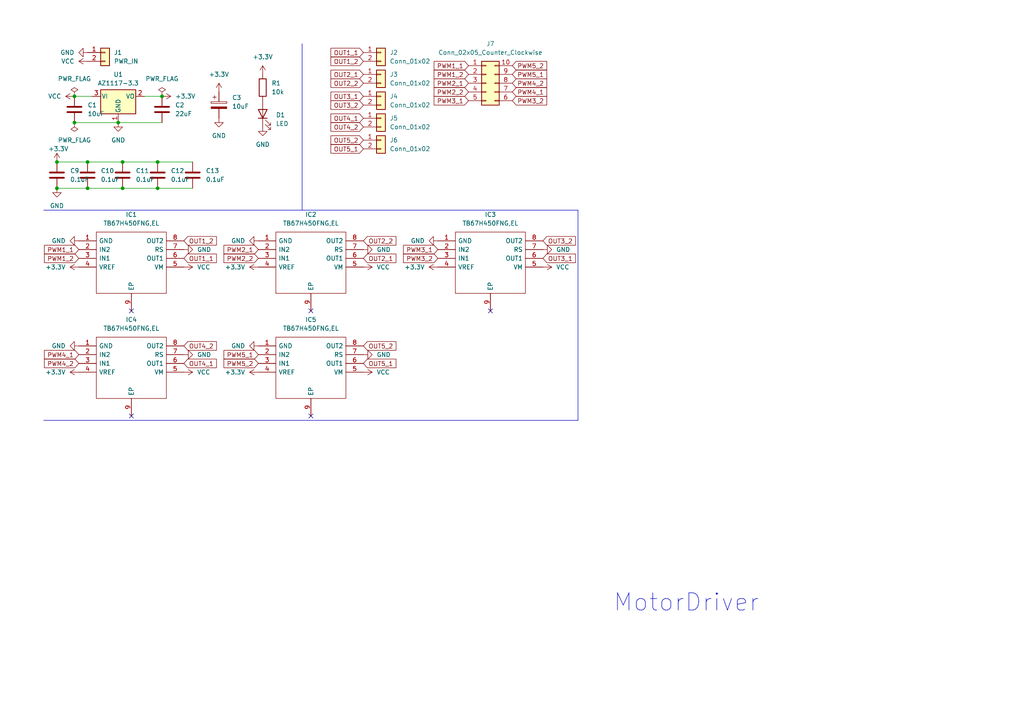
<source format=kicad_sch>
(kicad_sch (version 20231120) (generator "eeschema") (generator_version "8.0")
  (paper "A4")
  (lib_symbols
    (symbol "Connector_Generic:Conn_01x02" (pin_names (offset 1.016) hide)
      (property "Reference" "J" (at 0 2.54 0))
      (property "Value" "Conn_01x02" (at 0 -5.08 0))
      (symbol "Conn_01x02_1_1"
        (rectangle (start -1.27 -2.413) (end 0 -2.667) (stroke (width 0.1524)))
        (rectangle (start -1.27 0.127) (end 0 -0.127) (stroke (width 0.1524)))
        (rectangle (start -1.27 1.27) (end 1.27 -3.81) (stroke (width 0.254)) (fill (type background)))
        (pin passive line (at -5.08 0 0) (length 3.81) (name "Pin_1") (number "1"))
        (pin passive line (at -5.08 -2.54 0) (length 3.81) (name "Pin_2") (number "2"))
      )
    )
    (symbol "Connector_Generic:Conn_02x05_Counter_Clockwise" (pin_names (offset 1.016) hide)
      (property "Reference" "J" (at 1.27 7.62 0))
      (property "Value" "Conn_02x05_Counter_Clockwise" (at 1.27 -7.62 0))
      (symbol "Conn_02x05_Counter_Clockwise_1_1"
        (rectangle (start -1.27 -4.953) (end 0 -5.207) (stroke (width 0.1524)))
        (rectangle (start -1.27 -2.413) (end 0 -2.667) (stroke (width 0.1524)))
        (rectangle (start -1.27 0.127) (end 0 -0.127) (stroke (width 0.1524)))
        (rectangle (start -1.27 2.667) (end 0 2.413) (stroke (width 0.1524)))
        (rectangle (start -1.27 5.207) (end 0 4.953) (stroke (width 0.1524)))
        (rectangle (start -1.27 6.35) (end 3.81 -6.35) (stroke (width 0.254)) (fill (type background)))
        (rectangle (start 3.81 -4.953) (end 2.54 -5.207) (stroke (width 0.1524)))
        (rectangle (start 3.81 -2.413) (end 2.54 -2.667) (stroke (width 0.1524)))
        (rectangle (start 3.81 0.127) (end 2.54 -0.127) (stroke (width 0.1524)))
        (rectangle (start 3.81 2.667) (end 2.54 2.413) (stroke (width 0.1524)))
        (rectangle (start 3.81 5.207) (end 2.54 4.953) (stroke (width 0.1524)))
        (pin passive line (at -5.08 5.08 0) (length 3.81) (name "Pin_1") (number "1"))
        (pin passive line (at 7.62 5.08 180) (length 3.81) (name "Pin_10") (number "10"))
        (pin passive line (at -5.08 2.54 0) (length 3.81) (name "Pin_2") (number "2"))
        (pin passive line (at -5.08 0 0) (length 3.81) (name "Pin_3") (number "3"))
        (pin passive line (at -5.08 -2.54 0) (length 3.81) (name "Pin_4") (number "4"))
        (pin passive line (at -5.08 -5.08 0) (length 3.81) (name "Pin_5") (number "5"))
        (pin passive line (at 7.62 -5.08 180) (length 3.81) (name "Pin_6") (number "6"))
        (pin passive line (at 7.62 -2.54 180) (length 3.81) (name "Pin_7") (number "7"))
        (pin passive line (at 7.62 0 180) (length 3.81) (name "Pin_8") (number "8"))
        (pin passive line (at 7.62 2.54 180) (length 3.81) (name "Pin_9") (number "9"))
      )
    )
    (symbol "Device:C" (pin_numbers hide) (pin_names (offset 0.254))
      (property "Reference" "C" (at 0.635 2.54 0))
      (property "Value" "C" (at 0.635 -2.54 0))
      (symbol "C_0_1"
        (polyline (pts (xy -2.032 -0.762) (xy 2.032 -0.762)) (stroke (width 0.508)))
        (polyline (pts (xy -2.032 0.762) (xy 2.032 0.762)) (stroke (width 0.508)))
      )
      (symbol "C_1_1"
        (pin passive line (at 0 3.81 270) (length 2.794) (name "~") (number "1"))
        (pin passive line (at 0 -3.81 90) (length 2.794) (name "~") (number "2"))
      )
    )
    (symbol "Device:C_Polarized" (pin_numbers hide) (pin_names (offset 0.254))
      (property "Reference" "C" (at 0.635 2.54 0))
      (property "Value" "C_Polarized" (at 0.635 -2.54 0))
      (symbol "C_Polarized_0_1"
        (rectangle (start -2.286 0.508) (end 2.286 1.016))
        (polyline (pts (xy -1.778 2.286) (xy -0.762 2.286)))
        (polyline (pts (xy -1.27 2.794) (xy -1.27 1.778)))
        (rectangle (start 2.286 -0.508) (end -2.286 -1.016) (fill (type outline)))
      )
      (symbol "C_Polarized_1_1"
        (pin passive line (at 0 3.81 270) (length 2.794) (name "~") (number "1"))
        (pin passive line (at 0 -3.81 90) (length 2.794) (name "~") (number "2"))
      )
    )
    (symbol "Device:LED" (pin_numbers hide) (pin_names (offset 1.016) hide)
      (property "Reference" "D" (at 0 2.54 0))
      (property "Value" "LED" (at 0 -2.54 0))
      (symbol "LED_0_1"
        (polyline (pts (xy -1.27 -1.27) (xy -1.27 1.27)) (stroke (width 0.254)))
        (polyline (pts (xy -1.27 0) (xy 1.27 0)))
        (polyline (pts (xy 1.27 -1.27) (xy 1.27 1.27) (xy -1.27 0) (xy 1.27 -1.27)) (stroke (width 0.254)))
        (polyline (pts (xy -3.048 -0.762) (xy -4.572 -2.286) (xy -3.81 -2.286) (xy -4.572 -2.286) (xy -4.572 -1.524)))
        (polyline (pts (xy -1.778 -0.762) (xy -3.302 -2.286) (xy -2.54 -2.286) (xy -3.302 -2.286) (xy -3.302 -1.524)))
      )
      (symbol "LED_1_1"
        (pin passive line (at -3.81 0 0) (length 2.54) (name "K") (number "1"))
        (pin passive line (at 3.81 0 180) (length 2.54) (name "A") (number "2"))
      )
    )
    (symbol "Device:R" (pin_numbers hide) (pin_names (offset 0))
      (property "Reference" "R" (at 2.032 0 90))
      (property "Value" "R" (at 0 0 90))
      (symbol "R_0_1"
        (rectangle (start -1.016 -2.54) (end 1.016 2.54) (stroke (width 0.254)))
      )
      (symbol "R_1_1"
        (pin passive line (at 0 3.81 270) (length 1.27) (name "~") (number "1"))
        (pin passive line (at 0 -3.81 90) (length 1.27) (name "~") (number "2"))
      )
    )
    (symbol "Regulator_Linear:AZ1117-3.3" (pin_names (offset 0.254))
      (property "Reference" "U" (at -3.81 3.175 0))
      (property "Value" "AZ1117-3.3" (at 0 3.175 0))
      (symbol "AZ1117-3.3_0_1"
        (rectangle (start -5.08 1.905) (end 5.08 -5.08) (stroke (width 0.254)) (fill (type background)))
      )
      (symbol "AZ1117-3.3_1_1"
        (pin power_in line (at 0 -7.62 90) (length 2.54) (name "GND") (number "1"))
        (pin power_out line (at 7.62 0 180) (length 2.54) (name "VO") (number "2"))
        (pin power_in line (at -7.62 0 0) (length 2.54) (name "VI") (number "3"))
      )
    )
    (symbol "SamacSys_Parts:TB67H450FNG,EL" (pin_names (offset 0.762))
      (property "Reference" "IC" (at 26.67 7.62 0))
      (property "Value" "TB67H450FNG,EL" (at 26.67 5.08 0))
      (symbol "TB67H450FNG,EL_0_0"
        (pin passive line (at 0 0 0) (length 5.08) (name "GND") (number "1"))
        (pin passive line (at 0 -2.54 0) (length 5.08) (name "IN2") (number "2"))
        (pin passive line (at 0 -5.08 0) (length 5.08) (name "IN1") (number "3"))
        (pin passive line (at 0 -7.62 0) (length 5.08) (name "VREF") (number "4"))
        (pin passive line (at 30.48 -7.62 180) (length 5.08) (name "VM") (number "5"))
        (pin passive line (at 30.48 -5.08 180) (length 5.08) (name "OUT1") (number "6"))
        (pin passive line (at 30.48 -2.54 180) (length 5.08) (name "RS") (number "7"))
        (pin passive line (at 30.48 0 180) (length 5.08) (name "OUT2") (number "8"))
        (pin passive line (at 15.24 -20.32 90) (length 5.08) (name "EP") (number "9"))
      )
      (symbol "TB67H450FNG,EL_0_1"
        (polyline (pts (xy 5.08 2.54) (xy 25.4 2.54) (xy 25.4 -15.24) (xy 5.08 -15.24) (xy 5.08 2.54)) (stroke (width 0.1524)))
      )
    )
    (symbol "power:+3.3V" (power) (pin_names (offset 0))
      (property "Value" "+3.3V" (at 0 3.556 0))
      (symbol "+3.3V_0_1"
        (polyline (pts (xy -0.762 1.27) (xy 0 2.54)))
        (polyline (pts (xy 0 0) (xy 0 2.54)))
        (polyline (pts (xy 0 2.54) (xy 0.762 1.27)))
      )
      (symbol "+3.3V_1_1"
        (pin power_in line (at 0 0 90) (length 0) hide (name "+3.3V") (number "1"))
      )
    )
    (symbol "power:GND" (power) (pin_names (offset 0))
      (property "Value" "GND" (at 0 -3.81 0))
      (symbol "GND_0_1"
        (polyline (pts (xy 0 0) (xy 0 -1.27) (xy 1.27 -1.27) (xy 0 -2.54) (xy -1.27 -1.27) (xy 0 -1.27)))
      )
      (symbol "GND_1_1"
        (pin power_in line (at 0 0 270) (length 0) hide (name "GND") (number "1"))
      )
    )
    (symbol "power:PWR_FLAG" (power) (pin_numbers hide) (pin_names (offset 0) hide)
      (property "Value" "PWR_FLAG" (at 0 3.81 0))
      (symbol "PWR_FLAG_0_0"
        (pin power_out line (at 0 0 90) (length 0) (name "~") (number "1"))
      )
      (symbol "PWR_FLAG_0_1"
        (polyline (pts (xy 0 0) (xy 0 1.27) (xy -1.016 1.905) (xy 0 2.54) (xy 1.016 1.905) (xy 0 1.27)))
      )
    )
    (symbol "power:VCC" (power) (pin_names (offset 0))
      (property "Value" "VCC" (at 0 3.81 0))
      (symbol "VCC_0_1"
        (polyline (pts (xy -0.762 1.27) (xy 0 2.54)))
        (polyline (pts (xy 0 0) (xy 0 2.54)))
        (polyline (pts (xy 0 2.54) (xy 0.762 1.27)))
      )
      (symbol "VCC_1_1"
        (pin power_in line (at 0 0 90) (length 0) hide (name "VCC") (number "1"))
      )
    )
  )
  (junction (at 45.72 46.99))
  (junction (at 45.72 54.61))
  (junction (at 34.29 35.56))
  (junction (at 25.4 54.61))
  (junction (at 16.51 54.61))
  (junction (at 21.59 35.56))
  (junction (at 35.56 46.99))
  (junction (at 35.56 54.61))
  (junction (at 21.59 27.94))
  (junction (at 16.51 46.99))
  (junction (at 25.4 46.99))
  (junction (at 46.99 27.94))
  (no_connect (at 90.17 90.17))
  (no_connect (at 38.1 90.17))
  (no_connect (at 90.17 120.65))
  (no_connect (at 38.1 120.65))
  (no_connect (at 142.24 90.17))
  (wire (pts (xy 16.51 46.99) (xy 25.4 46.99)))
  (polyline (pts (xy 12.7 121.92) (xy 167.64 121.92)))
  (wire (pts (xy 34.29 35.56) (xy 46.99 35.56)))
  (polyline (pts (xy 12.7 60.96) (xy 167.64 60.96)))
  (polyline (pts (xy 167.64 121.92) (xy 167.64 60.96)))
  (wire (pts (xy 41.91 27.94) (xy 46.99 27.94)))
  (wire (pts (xy 35.56 54.61) (xy 45.72 54.61)))
  (wire (pts (xy 21.59 35.56) (xy 34.29 35.56)))
  (wire (pts (xy 35.56 46.99) (xy 45.72 46.99)))
  (wire (pts (xy 25.4 54.61) (xy 35.56 54.61)))
  (wire (pts (xy 21.59 27.94) (xy 26.67 27.94)))
  (wire (pts (xy 16.51 54.61) (xy 25.4 54.61)))
  (polyline (pts (xy 87.63 12.7) (xy 87.63 60.96)))
  (wire (pts (xy 45.72 54.61) (xy 55.88 54.61)))
  (wire (pts (xy 45.72 46.99) (xy 55.88 46.99)))
  (wire (pts (xy 25.4 46.99) (xy 35.56 46.99)))
  (text "MotorDriver" (at 177.8 177.8 0) (effects (font (size 5 5)) (justify left bottom)))
  (global_label "PWM4_1" (shape input) (at 22.86 102.87 180) (property "Intersheetrefs" "${INTERSHEET_REFS}" (effects (hide yes))))
  (global_label "OUT5_1" (shape input) (at 105.41 105.41 0) (property "Intersheetrefs" "${INTERSHEET_REFS}" (effects (hide yes))))
  (global_label "PWM3_2" (shape input) (at 148.59 29.21 0) (property "Intersheetrefs" "${INTERSHEET_REFS}" (effects (hide yes))))
  (global_label "PWM5_2" (shape input) (at 148.59 19.05 0) (property "Intersheetrefs" "${INTERSHEET_REFS}" (effects (hide yes))))
  (global_label "PWM1_1" (shape input) (at 22.86 72.39 180) (property "Intersheetrefs" "${INTERSHEET_REFS}" (effects (hide yes))))
  (global_label "OUT4_1" (shape input) (at 105.41 34.29 180) (property "Intersheetrefs" "${INTERSHEET_REFS}" (effects (hide yes))))
  (global_label "PWM5_1" (shape input) (at 148.59 21.59 0) (property "Intersheetrefs" "${INTERSHEET_REFS}" (effects (hide yes))))
  (global_label "OUT4_1" (shape input) (at 53.34 105.41 0) (property "Intersheetrefs" "${INTERSHEET_REFS}" (effects (hide yes))))
  (global_label "OUT2_2" (shape input) (at 105.41 69.85 0) (property "Intersheetrefs" "${INTERSHEET_REFS}" (effects (hide yes))))
  (global_label "OUT5_2" (shape input) (at 105.41 40.64 180) (property "Intersheetrefs" "${INTERSHEET_REFS}" (effects (hide yes))))
  (global_label "OUT1_1" (shape input) (at 105.41 15.24 180) (property "Intersheetrefs" "${INTERSHEET_REFS}" (effects (hide yes))))
  (global_label "PWM1_2" (shape input) (at 135.89 21.59 180) (property "Intersheetrefs" "${INTERSHEET_REFS}" (effects (hide yes))))
  (global_label "OUT1_2" (shape input) (at 105.41 17.78 180) (property "Intersheetrefs" "${INTERSHEET_REFS}" (effects (hide yes))))
  (global_label "PWM5_2" (shape input) (at 74.93 105.41 180) (property "Intersheetrefs" "${INTERSHEET_REFS}" (effects (hide yes))))
  (global_label "OUT3_2" (shape input) (at 157.48 69.85 0) (property "Intersheetrefs" "${INTERSHEET_REFS}" (effects (hide yes))))
  (global_label "PWM4_1" (shape input) (at 148.59 26.67 0) (property "Intersheetrefs" "${INTERSHEET_REFS}" (effects (hide yes))))
  (global_label "PWM2_1" (shape input) (at 135.89 24.13 180) (property "Intersheetrefs" "${INTERSHEET_REFS}" (effects (hide yes))))
  (global_label "OUT2_2" (shape input) (at 105.41 24.13 180) (property "Intersheetrefs" "${INTERSHEET_REFS}" (effects (hide yes))))
  (global_label "PWM4_2" (shape input) (at 22.86 105.41 180) (property "Intersheetrefs" "${INTERSHEET_REFS}" (effects (hide yes))))
  (global_label "PWM1_2" (shape input) (at 22.86 74.93 180) (property "Intersheetrefs" "${INTERSHEET_REFS}" (effects (hide yes))))
  (global_label "PWM2_2" (shape input) (at 74.93 74.93 180) (property "Intersheetrefs" "${INTERSHEET_REFS}" (effects (hide yes))))
  (global_label "PWM2_1" (shape input) (at 74.93 72.39 180) (property "Intersheetrefs" "${INTERSHEET_REFS}" (effects (hide yes))))
  (global_label "OUT5_1" (shape input) (at 105.41 43.18 180) (property "Intersheetrefs" "${INTERSHEET_REFS}" (effects (hide yes))))
  (global_label "PWM2_2" (shape input) (at 135.89 26.67 180) (property "Intersheetrefs" "${INTERSHEET_REFS}" (effects (hide yes))))
  (global_label "OUT3_1" (shape input) (at 157.48 74.93 0) (property "Intersheetrefs" "${INTERSHEET_REFS}" (effects (hide yes))))
  (global_label "OUT4_2" (shape input) (at 105.41 36.83 180) (property "Intersheetrefs" "${INTERSHEET_REFS}" (effects (hide yes))))
  (global_label "PWM3_1" (shape input) (at 135.89 29.21 180) (property "Intersheetrefs" "${INTERSHEET_REFS}" (effects (hide yes))))
  (global_label "OUT1_1" (shape input) (at 53.34 74.93 0) (property "Intersheetrefs" "${INTERSHEET_REFS}" (effects (hide yes))))
  (global_label "OUT4_2" (shape input) (at 53.34 100.33 0) (property "Intersheetrefs" "${INTERSHEET_REFS}" (effects (hide yes))))
  (global_label "OUT5_2" (shape input) (at 105.41 100.33 0) (property "Intersheetrefs" "${INTERSHEET_REFS}" (effects (hide yes))))
  (global_label "OUT1_2" (shape input) (at 53.34 69.85 0) (property "Intersheetrefs" "${INTERSHEET_REFS}" (effects (hide yes))))
  (global_label "PWM3_1" (shape input) (at 127 72.39 180) (property "Intersheetrefs" "${INTERSHEET_REFS}" (effects (hide yes))))
  (global_label "OUT3_1" (shape input) (at 105.41 27.94 180) (property "Intersheetrefs" "${INTERSHEET_REFS}" (effects (hide yes))))
  (global_label "PWM3_2" (shape input) (at 127 74.93 180) (property "Intersheetrefs" "${INTERSHEET_REFS}" (effects (hide yes))))
  (global_label "OUT3_2" (shape input) (at 105.41 30.48 180) (property "Intersheetrefs" "${INTERSHEET_REFS}" (effects (hide yes))))
  (global_label "OUT2_1" (shape input) (at 105.41 74.93 0) (property "Intersheetrefs" "${INTERSHEET_REFS}" (effects (hide yes))))
  (global_label "PWM1_1" (shape input) (at 135.89 19.05 180) (property "Intersheetrefs" "${INTERSHEET_REFS}" (effects (hide yes))))
  (global_label "PWM4_2" (shape input) (at 148.59 24.13 0) (property "Intersheetrefs" "${INTERSHEET_REFS}" (effects (hide yes))))
  (global_label "OUT2_1" (shape input) (at 105.41 21.59 180) (property "Intersheetrefs" "${INTERSHEET_REFS}" (effects (hide yes))))
  (global_label "PWM5_1" (shape input) (at 74.93 102.87 180) (property "Intersheetrefs" "${INTERSHEET_REFS}" (effects (hide yes))))
  (symbol (lib_id "power:GND") (at 22.86 100.33 270) (unit 1)
    (property "Reference" "#PWR015" (effects (hide yes)))
    (property "Value" "GND" (at 19.05 100.33 90) (effects (justify right)))
  )
  (symbol (lib_id "power:VCC") (at 105.41 77.47 270) (unit 1)
    (property "Reference" "#PWR010" (effects (hide yes)))
    (property "Value" "VCC" (at 109.22 77.47 90) (effects (justify left)))
  )
  (symbol (lib_id "power:PWR_FLAG") (at 21.59 35.56 180) (unit 1)
    (property "Reference" "#FLG03" (effects (hide yes)))
    (property "Value" "PWR_FLAG" (at 21.59 40.64 0))
    (property "Description" "Special symbol for telling ERC where power comes from" (effects (hide yes)))
  )
  (symbol (lib_id "SamacSys_Parts:TB67H450FNG,EL") (at 22.86 69.85 0) (unit 1)
    (property "Reference" "IC1" (at 38.1 62.23 0))
    (property "Value" "TB67H450FNG,EL" (at 38.1 64.77 0))
    (property "Footprint" "SamacSys_Parts:SOIC127P600X175-9N" (effects (hide yes)))
    (property "Datasheet" "http://toshiba.semicon-storage.com/info/docget.jsp?did=65346&prodName=TB67H450FNG" (effects (hide yes)))
    (property "Description" "Motor / Motion / Ignition Controllers & Drivers Brushed Motor Driver IC, 50V, 3.5A, TSSOP8 Package, PB-FREE" (effects (hide yes)))
    (property "Height" "1.75" (effects (hide yes)))
    (property "Mouser Part Number" "757-TB67H450FNGEL" (effects (hide yes)))
    (property "Mouser Price/Stock" "https://www.mouser.co.uk/ProductDetail/Toshiba/TB67H450FNGEL?qs=h6V4JsTaLXeReNg2bp0jug%3D%3D" (effects (hide yes)))
    (property "Manufacturer_Name" "Toshiba" (effects (hide yes)))
    (property "Manufacturer_Part_Number" "TB67H450FNG,EL" (effects (hide yes)))
  )
  (symbol (lib_id "power:PWR_FLAG") (at 46.99 27.94 0) (unit 1)
    (property "Reference" "#FLG02" (effects (hide yes)))
    (property "Value" "PWR_FLAG" (at 46.99 22.86 0))
    (property "Description" "Special symbol for telling ERC where power comes from" (effects (hide yes)))
  )
  (symbol (lib_id "SamacSys_Parts:TB67H450FNG,EL") (at 127 69.85 0) (unit 1)
    (property "Reference" "IC3" (at 142.24 62.23 0))
    (property "Value" "TB67H450FNG,EL" (at 142.24 64.77 0))
    (property "Footprint" "SamacSys_Parts:SOIC127P600X175-9N" (effects (hide yes)))
    (property "Datasheet" "http://toshiba.semicon-storage.com/info/docget.jsp?did=65346&prodName=TB67H450FNG" (effects (hide yes)))
    (property "Description" "Motor / Motion / Ignition Controllers & Drivers Brushed Motor Driver IC, 50V, 3.5A, TSSOP8 Package, PB-FREE" (effects (hide yes)))
    (property "Height" "1.75" (effects (hide yes)))
    (property "Mouser Part Number" "757-TB67H450FNGEL" (effects (hide yes)))
    (property "Mouser Price/Stock" "https://www.mouser.co.uk/ProductDetail/Toshiba/TB67H450FNGEL?qs=h6V4JsTaLXeReNg2bp0jug%3D%3D" (effects (hide yes)))
    (property "Manufacturer_Name" "Toshiba" (effects (hide yes)))
    (property "Manufacturer_Part_Number" "TB67H450FNG,EL" (effects (hide yes)))
  )
  (symbol (lib_id "SamacSys_Parts:TB67H450FNG,EL") (at 22.86 100.33 0) (unit 1)
    (property "Reference" "IC4" (at 38.1 92.71 0))
    (property "Value" "TB67H450FNG,EL" (at 38.1 95.25 0))
    (property "Footprint" "SamacSys_Parts:SOIC127P600X175-9N" (effects (hide yes)))
    (property "Datasheet" "http://toshiba.semicon-storage.com/info/docget.jsp?did=65346&prodName=TB67H450FNG" (effects (hide yes)))
    (property "Description" "Motor / Motion / Ignition Controllers & Drivers Brushed Motor Driver IC, 50V, 3.5A, TSSOP8 Package, PB-FREE" (effects (hide yes)))
    (property "Height" "1.75" (effects (hide yes)))
    (property "Mouser Part Number" "757-TB67H450FNGEL" (effects (hide yes)))
    (property "Mouser Price/Stock" "https://www.mouser.co.uk/ProductDetail/Toshiba/TB67H450FNGEL?qs=h6V4JsTaLXeReNg2bp0jug%3D%3D" (effects (hide yes)))
    (property "Manufacturer_Name" "Toshiba" (effects (hide yes)))
    (property "Manufacturer_Part_Number" "TB67H450FNG,EL" (effects (hide yes)))
  )
  (symbol (lib_id "power:VCC") (at 53.34 77.47 270) (unit 1)
    (property "Reference" "#PWR05" (effects (hide yes)))
    (property "Value" "VCC" (at 57.15 77.47 90) (effects (justify left)))
  )
  (symbol (lib_id "power:GND") (at 105.41 72.39 90) (unit 1)
    (property "Reference" "#PWR09" (effects (hide yes)))
    (property "Value" "GND" (at 109.22 72.39 90) (effects (justify right)))
  )
  (symbol (lib_id "power:GND") (at 63.5 34.29 0) (unit 1)
    (property "Reference" "#PWR027" (effects (hide yes)))
    (property "Value" "GND" (at 63.5 39.37 0))
  )
  (symbol (lib_id "Device:LED") (at 76.2 33.02 90) (unit 1)
    (property "Reference" "D1" (at 80.01 33.3375 90) (effects (justify right)))
    (property "Value" "LED" (at 80.01 35.8775 90) (effects (justify right)))
    (property "Footprint" "LED_SMD:LED_0603_1608Metric" (effects (hide yes)))
  )
  (symbol (lib_id "Connector_Generic:Conn_01x02") (at 110.49 34.29 0) (unit 1)
    (property "Reference" "J5" (at 113.03 34.29 0) (effects (justify left)))
    (property "Value" "Conn_01x02" (at 113.03 36.83 0) (effects (justify left)))
    (property "Footprint" "Connector_JST:JST_XH_S2B-XH-A_1x02_P2.50mm_Horizontal" (effects (hide yes)))
  )
  (symbol (lib_id "power:GND") (at 157.48 72.39 90) (unit 1)
    (property "Reference" "#PWR013" (effects (hide yes)))
    (property "Value" "GND" (at 161.29 72.39 90) (effects (justify right)))
  )
  (symbol (lib_id "Connector_Generic:Conn_01x02") (at 110.49 15.24 0) (unit 1)
    (property "Reference" "J2" (at 113.03 15.24 0) (effects (justify left)))
    (property "Value" "Conn_01x02" (at 113.03 17.78 0) (effects (justify left)))
    (property "Footprint" "Connector_JST:JST_XH_S2B-XH-A_1x02_P2.50mm_Horizontal" (effects (hide yes)))
  )
  (symbol (lib_id "power:GND") (at 76.2 36.83 0) (unit 1)
    (property "Reference" "#PWR029" (effects (hide yes)))
    (property "Value" "GND" (at 76.2 41.91 0))
  )
  (symbol (lib_id "power:GND") (at 22.86 69.85 270) (unit 1)
    (property "Reference" "#PWR03" (effects (hide yes)))
    (property "Value" "GND" (at 19.05 69.85 90) (effects (justify right)))
  )
  (symbol (lib_id "power:GND") (at 74.93 69.85 270) (unit 1)
    (property "Reference" "#PWR07" (effects (hide yes)))
    (property "Value" "GND" (at 71.12 69.85 90) (effects (justify right)))
  )
  (symbol (lib_id "power:+3.3V") (at 127 77.47 90) (unit 1)
    (property "Reference" "#PWR012" (effects (hide yes)))
    (property "Value" "+3.3V" (at 123.19 77.47 90) (effects (justify left)))
  )
  (symbol (lib_id "Device:C") (at 45.72 50.8 0) (unit 1)
    (property "Reference" "C12" (at 49.53 49.53 0) (effects (justify left)))
    (property "Value" "0.1uF" (at 49.53 52.07 0) (effects (justify left)))
    (property "Footprint" "Capacitor_SMD:C_0402_1005Metric" (effects (hide yes)))
  )
  (symbol (lib_id "power:GND") (at 53.34 72.39 90) (unit 1)
    (property "Reference" "#PWR04" (effects (hide yes)))
    (property "Value" "GND" (at 57.15 72.39 90) (effects (justify right)))
  )
  (symbol (lib_id "Device:C") (at 55.88 50.8 0) (unit 1)
    (property "Reference" "C13" (at 59.69 49.53 0) (effects (justify left)))
    (property "Value" "0.1uF" (at 59.69 52.07 0) (effects (justify left)))
    (property "Footprint" "Capacitor_SMD:C_0402_1005Metric" (effects (hide yes)))
  )
  (symbol (lib_id "power:+3.3V") (at 74.93 77.47 90) (unit 1)
    (property "Reference" "#PWR08" (effects (hide yes)))
    (property "Value" "+3.3V" (at 71.12 77.47 90) (effects (justify left)))
  )
  (symbol (lib_id "SamacSys_Parts:TB67H450FNG,EL") (at 74.93 69.85 0) (unit 1)
    (property "Reference" "IC2" (at 90.17 62.23 0))
    (property "Value" "TB67H450FNG,EL" (at 90.17 64.77 0))
    (property "Footprint" "SamacSys_Parts:SOIC127P600X175-9N" (effects (hide yes)))
    (property "Datasheet" "http://toshiba.semicon-storage.com/info/docget.jsp?did=65346&prodName=TB67H450FNG" (effects (hide yes)))
    (property "Description" "Motor / Motion / Ignition Controllers & Drivers Brushed Motor Driver IC, 50V, 3.5A, TSSOP8 Package, PB-FREE" (effects (hide yes)))
    (property "Height" "1.75" (effects (hide yes)))
    (property "Mouser Part Number" "757-TB67H450FNGEL" (effects (hide yes)))
    (property "Mouser Price/Stock" "https://www.mouser.co.uk/ProductDetail/Toshiba/TB67H450FNGEL?qs=h6V4JsTaLXeReNg2bp0jug%3D%3D" (effects (hide yes)))
    (property "Manufacturer_Name" "Toshiba" (effects (hide yes)))
    (property "Manufacturer_Part_Number" "TB67H450FNG,EL" (effects (hide yes)))
  )
  (symbol (lib_id "power:VCC") (at 105.41 107.95 270) (unit 1)
    (property "Reference" "#PWR022" (effects (hide yes)))
    (property "Value" "VCC" (at 109.22 107.95 90) (effects (justify left)))
  )
  (symbol (lib_id "power:GND") (at 127 69.85 270) (unit 1)
    (property "Reference" "#PWR011" (effects (hide yes)))
    (property "Value" "GND" (at 123.19 69.85 90) (effects (justify right)))
  )
  (symbol (lib_id "power:VCC") (at 25.4 17.78 90) (unit 1)
    (property "Reference" "#PWR02" (effects (hide yes)))
    (property "Value" "VCC" (at 21.59 17.78 90) (effects (justify left)))
  )
  (symbol (lib_id "power:GND") (at 74.93 100.33 270) (unit 1)
    (property "Reference" "#PWR019" (effects (hide yes)))
    (property "Value" "GND" (at 71.12 100.33 90) (effects (justify right)))
  )
  (symbol (lib_id "power:VCC") (at 21.59 27.94 90) (unit 1)
    (property "Reference" "#PWR023" (effects (hide yes)))
    (property "Value" "VCC" (at 17.78 27.94 90) (effects (justify left)))
  )
  (symbol (lib_id "power:GND") (at 25.4 15.24 270) (unit 1)
    (property "Reference" "#PWR01" (effects (hide yes)))
    (property "Value" "GND" (at 21.59 15.24 90) (effects (justify right)))
  )
  (symbol (lib_id "Device:C") (at 35.56 50.8 0) (unit 1)
    (property "Reference" "C11" (at 39.37 49.53 0) (effects (justify left)))
    (property "Value" "0.1uF" (at 39.37 52.07 0) (effects (justify left)))
    (property "Footprint" "Capacitor_SMD:C_0402_1005Metric" (effects (hide yes)))
  )
  (symbol (lib_id "power:+3.3V") (at 74.93 107.95 90) (unit 1)
    (property "Reference" "#PWR020" (effects (hide yes)))
    (property "Value" "+3.3V" (at 71.12 107.95 90) (effects (justify left)))
  )
  (symbol (lib_id "power:+3.3V") (at 46.99 27.94 270) (unit 1)
    (property "Reference" "#PWR025" (effects (hide yes)))
    (property "Value" "+3.3V" (at 50.8 27.94 90) (effects (justify left)))
  )
  (symbol (lib_id "power:PWR_FLAG") (at 21.59 27.94 0) (unit 1)
    (property "Reference" "#FLG01" (effects (hide yes)))
    (property "Value" "PWR_FLAG" (at 21.59 22.86 0))
    (property "Description" "Special symbol for telling ERC where power comes from" (effects (hide yes)))
  )
  (symbol (lib_id "power:VCC") (at 53.34 107.95 270) (unit 1)
    (property "Reference" "#PWR018" (effects (hide yes)))
    (property "Value" "VCC" (at 57.15 107.95 90) (effects (justify left)))
  )
  (symbol (lib_id "power:+3.3V") (at 76.2 21.59 0) (unit 1)
    (property "Reference" "#PWR028" (effects (hide yes)))
    (property "Value" "+3.3V" (at 76.2 16.51 0))
  )
  (symbol (lib_id "power:VCC") (at 157.48 77.47 270) (unit 1)
    (property "Reference" "#PWR014" (effects (hide yes)))
    (property "Value" "VCC" (at 161.29 77.47 90) (effects (justify left)))
  )
  (symbol (lib_id "Device:R") (at 76.2 25.4 0) (unit 1)
    (property "Reference" "R1" (at 78.74 24.13 0) (effects (justify left)))
    (property "Value" "10k" (at 78.74 26.67 0) (effects (justify left)))
    (property "Footprint" "Resistor_SMD:R_0603_1608Metric" (effects (hide yes)))
  )
  (symbol (lib_id "power:+3.3V") (at 16.51 46.99 0) (unit 1)
    (property "Reference" "#PWR032" (effects (hide yes)))
    (property "Value" "+3.3V" (at 13.97 43.18 0) (effects (justify left)))
  )
  (symbol (lib_id "Connector_Generic:Conn_02x05_Counter_Clockwise") (at 140.97 24.13 0) (unit 1)
    (property "Reference" "J7" (at 142.24 12.7 0))
    (property "Value" "Conn_02x05_Counter_Clockwise" (at 142.24 15.24 0))
    (property "Footprint" "Connector_IDC:IDC-Header_2x05_P2.54mm_Vertical" (effects (hide yes)))
  )
  (symbol (lib_id "Connector_Generic:Conn_01x02") (at 110.49 27.94 0) (unit 1)
    (property "Reference" "J4" (at 113.03 27.94 0) (effects (justify left)))
    (property "Value" "Conn_01x02" (at 113.03 30.48 0) (effects (justify left)))
    (property "Footprint" "Connector_JST:JST_XH_S2B-XH-A_1x02_P2.50mm_Horizontal" (effects (hide yes)))
  )
  (symbol (lib_id "Regulator_Linear:AZ1117-3.3") (at 34.29 27.94 0) (unit 1)
    (property "Reference" "U1" (at 34.29 21.59 0))
    (property "Value" "AZ1117-3.3" (at 34.29 24.13 0))
    (property "Footprint" "Package_TO_SOT_SMD:SOT-223-3_TabPin2" (effects (hide yes)))
    (property "Datasheet" "https://www.diodes.com/assets/Datasheets/AZ1117.pdf" (effects (hide yes)))
  )
  (symbol (lib_id "Device:C") (at 21.59 31.75 0) (unit 1)
    (property "Reference" "C1" (at 25.4 30.48 0) (effects (justify left)))
    (property "Value" "10uF" (at 25.4 33.02 0) (effects (justify left)))
    (property "Footprint" "Capacitor_SMD:C_0603_1608Metric" (effects (hide yes)))
  )
  (symbol (lib_id "Device:C") (at 25.4 50.8 0) (unit 1)
    (property "Reference" "C10" (at 29.21 49.53 0) (effects (justify left)))
    (property "Value" "0.1uF" (at 29.21 52.07 0) (effects (justify left)))
    (property "Footprint" "Capacitor_SMD:C_0402_1005Metric" (effects (hide yes)))
  )
  (symbol (lib_id "Connector_Generic:Conn_01x02") (at 110.49 40.64 0) (unit 1)
    (property "Reference" "J6" (at 113.03 40.64 0) (effects (justify left)))
    (property "Value" "Conn_01x02" (at 113.03 43.18 0) (effects (justify left)))
    (property "Footprint" "Connector_JST:JST_XH_B2B-XH-A_1x02_P2.50mm_Vertical" (effects (hide yes)))
  )
  (symbol (lib_id "SamacSys_Parts:TB67H450FNG,EL") (at 74.93 100.33 0) (unit 1)
    (property "Reference" "IC5" (at 90.17 92.71 0))
    (property "Value" "TB67H450FNG,EL" (at 90.17 95.25 0))
    (property "Footprint" "SamacSys_Parts:SOIC127P600X175-9N" (effects (hide yes)))
    (property "Datasheet" "http://toshiba.semicon-storage.com/info/docget.jsp?did=65346&prodName=TB67H450FNG" (effects (hide yes)))
    (property "Description" "Motor / Motion / Ignition Controllers & Drivers Brushed Motor Driver IC, 50V, 3.5A, TSSOP8 Package, PB-FREE" (effects (hide yes)))
    (property "Height" "1.75" (effects (hide yes)))
    (property "Mouser Part Number" "757-TB67H450FNGEL" (effects (hide yes)))
    (property "Mouser Price/Stock" "https://www.mouser.co.uk/ProductDetail/Toshiba/TB67H450FNGEL?qs=h6V4JsTaLXeReNg2bp0jug%3D%3D" (effects (hide yes)))
    (property "Manufacturer_Name" "Toshiba" (effects (hide yes)))
    (property "Manufacturer_Part_Number" "TB67H450FNG,EL" (effects (hide yes)))
  )
  (symbol (lib_id "power:GND") (at 16.51 54.61 0) (unit 1)
    (property "Reference" "#PWR033" (effects (hide yes)))
    (property "Value" "GND" (at 16.51 59.69 0))
  )
  (symbol (lib_id "Device:C") (at 16.51 50.8 0) (unit 1)
    (property "Reference" "C9" (at 20.32 49.53 0) (effects (justify left)))
    (property "Value" "0.1uF" (at 20.32 52.07 0) (effects (justify left)))
    (property "Footprint" "Capacitor_SMD:C_0402_1005Metric" (effects (hide yes)))
  )
  (symbol (lib_id "Device:C_Polarized") (at 63.5 30.48 0) (unit 1)
    (property "Reference" "C3" (at 67.31 28.321 0) (effects (justify left)))
    (property "Value" "10uF" (at 67.31 30.861 0) (effects (justify left)))
    (property "Footprint" "Capacitor_THT:CP_Radial_D8.0mm_P5.00mm" (effects (hide yes)))
  )
  (symbol (lib_id "power:GND") (at 105.41 102.87 90) (unit 1)
    (property "Reference" "#PWR021" (effects (hide yes)))
    (property "Value" "GND" (at 109.22 102.87 90) (effects (justify right)))
  )
  (symbol (lib_id "Connector_Generic:Conn_01x02") (at 110.49 21.59 0) (unit 1)
    (property "Reference" "J3" (at 113.03 21.59 0) (effects (justify left)))
    (property "Value" "Conn_01x02" (at 113.03 24.13 0) (effects (justify left)))
    (property "Footprint" "Connector_JST:JST_XH_S2B-XH-A_1x02_P2.50mm_Horizontal" (effects (hide yes)))
  )
  (symbol (lib_id "power:+3.3V") (at 22.86 77.47 90) (unit 1)
    (property "Reference" "#PWR06" (effects (hide yes)))
    (property "Value" "+3.3V" (at 19.05 77.47 90) (effects (justify left)))
  )
  (symbol (lib_id "power:GND") (at 53.34 102.87 90) (unit 1)
    (property "Reference" "#PWR017" (effects (hide yes)))
    (property "Value" "GND" (at 57.15 102.87 90) (effects (justify right)))
  )
  (symbol (lib_id "power:+3.3V") (at 63.5 26.67 0) (unit 1)
    (property "Reference" "#PWR026" (effects (hide yes)))
    (property "Value" "+3.3V" (at 63.5 21.59 0))
  )
  (symbol (lib_id "Device:C") (at 46.99 31.75 0) (unit 1)
    (property "Reference" "C2" (at 50.8 30.48 0) (effects (justify left)))
    (property "Value" "22uF" (at 50.8 33.02 0) (effects (justify left)))
    (property "Footprint" "Capacitor_SMD:C_0603_1608Metric" (effects (hide yes)))
  )
  (symbol (lib_id "power:+3.3V") (at 22.86 107.95 90) (unit 1)
    (property "Reference" "#PWR016" (effects (hide yes)))
    (property "Value" "+3.3V" (at 19.05 107.95 90) (effects (justify left)))
  )
  (symbol (lib_id "power:GND") (at 34.29 35.56 0) (unit 1)
    (property "Reference" "#PWR024" (effects (hide yes)))
    (property "Value" "GND" (at 34.29 40.64 0))
  )
  (symbol (lib_id "Connector_Generic:Conn_01x02") (at 30.48 15.24 0) (unit 1)
    (property "Reference" "J1" (at 33.02 15.2399 0) (effects (justify left)))
    (property "Value" "PWR_IN" (at 33.02 17.7799 0) (effects (justify left)))
    (property "Footprint" "Connector_AMASS:AMASS_XT30U-M_1x02_P5.0mm_Vertical" (effects (hide yes)))
  )
)
</source>
